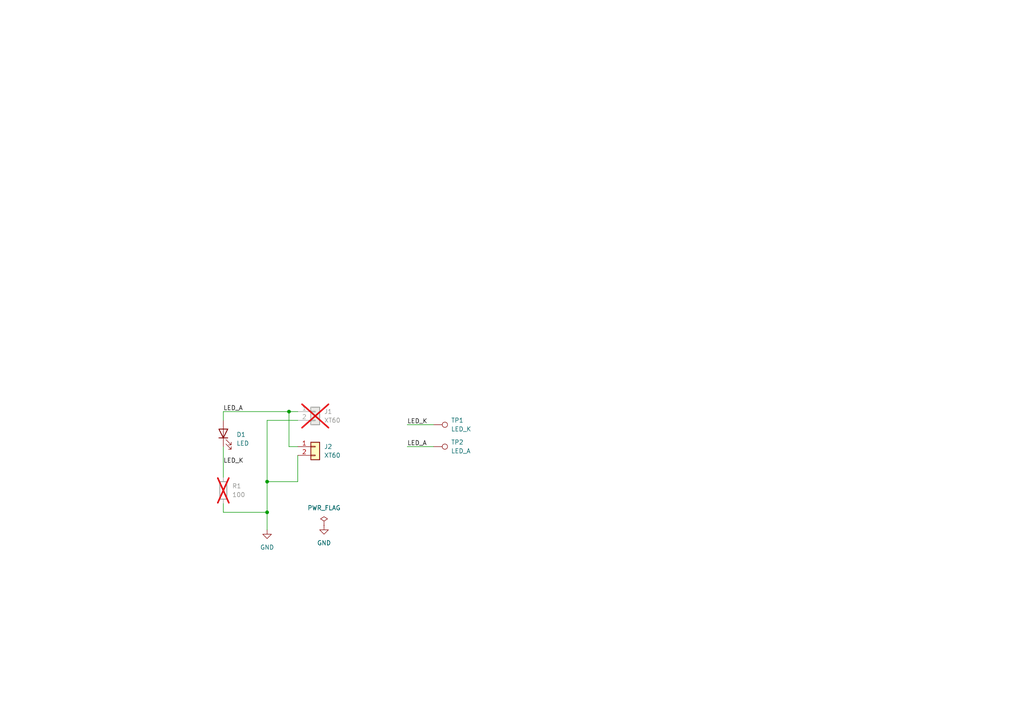
<source format=kicad_sch>
(kicad_sch (version 20231120) (generator "eeschema") (generator_version "8.0")
  (paper "A4")
  (lib_symbols
    (symbol "Connector:TestPoint" (pin_numbers hide) (pin_names (offset 0.762) hide)
      (property "Reference" "TP" (at 0 6.858 0))
      (property "Value" "TestPoint" (at 0 5.08 0))
      (symbol "TestPoint_0_1"
        (circle (center 0 3.302) (radius 0.762))
      )
      (symbol "TestPoint_1_1"
        (pin passive line (at 0 0 90) (length 2.54) (name "1") (number "1"))
      )
    )
    (symbol "Connector_Generic:Conn_01x02" (pin_names (offset 1.016) hide)
      (property "Reference" "J" (at 0 2.54 0))
      (property "Value" "Conn_01x02" (at 0 -5.08 0))
      (symbol "Conn_01x02_1_1"
        (rectangle (start -1.27 -2.413) (end 0 -2.667) (stroke (width 0.1524)))
        (rectangle (start -1.27 0.127) (end 0 -0.127) (stroke (width 0.1524)))
        (rectangle (start -1.27 1.27) (end 1.27 -3.81) (stroke (width 0.254)) (fill (type background)))
        (pin passive line (at -5.08 0 0) (length 3.81) (name "Pin_1") (number "1"))
        (pin passive line (at -5.08 -2.54 0) (length 3.81) (name "Pin_2") (number "2"))
      )
    )
    (symbol "Device:LED" (pin_numbers hide) (pin_names (offset 1.016) hide)
      (property "Reference" "D" (at 0 2.54 0))
      (property "Value" "LED" (at 0 -2.54 0))
      (symbol "LED_0_1"
        (polyline (pts (xy -1.27 -1.27) (xy -1.27 1.27)) (stroke (width 0.254)))
        (polyline (pts (xy -1.27 0) (xy 1.27 0)))
        (polyline (pts (xy 1.27 -1.27) (xy 1.27 1.27) (xy -1.27 0) (xy 1.27 -1.27)) (stroke (width 0.254)))
        (polyline (pts (xy -3.048 -0.762) (xy -4.572 -2.286) (xy -3.81 -2.286) (xy -4.572 -2.286) (xy -4.572 -1.524)))
        (polyline (pts (xy -1.778 -0.762) (xy -3.302 -2.286) (xy -2.54 -2.286) (xy -3.302 -2.286) (xy -3.302 -1.524)))
      )
      (symbol "LED_1_1"
        (pin passive line (at -3.81 0 0) (length 2.54) (name "K") (number "1"))
        (pin passive line (at 3.81 0 180) (length 2.54) (name "A") (number "2"))
      )
    )
    (symbol "Device:R" (pin_numbers hide) (pin_names (offset 0))
      (property "Reference" "R" (at 2.032 0 90))
      (property "Value" "R" (at 0 0 90))
      (symbol "R_0_1"
        (rectangle (start -1.016 -2.54) (end 1.016 2.54) (stroke (width 0.254)))
      )
      (symbol "R_1_1"
        (pin passive line (at 0 3.81 270) (length 1.27) (name "~") (number "1"))
        (pin passive line (at 0 -3.81 90) (length 1.27) (name "~") (number "2"))
      )
    )
    (symbol "power:GND" (power) (pin_names (offset 0))
      (property "Value" "GND" (at 0 -3.81 0))
      (symbol "GND_0_1"
        (polyline (pts (xy 0 0) (xy 0 -1.27) (xy 1.27 -1.27) (xy 0 -2.54) (xy -1.27 -1.27) (xy 0 -1.27)))
      )
      (symbol "GND_1_1"
        (pin power_in line (at 0 0 270) (length 0) hide (name "GND") (number "1"))
      )
    )
    (symbol "power:PWR_FLAG" (power) (pin_numbers hide) (pin_names (offset 0) hide)
      (property "Value" "PWR_FLAG" (at 0 3.81 0))
      (symbol "PWR_FLAG_0_0"
        (pin power_out line (at 0 0 90) (length 0) (name "pwr") (number "1"))
      )
      (symbol "PWR_FLAG_0_1"
        (polyline (pts (xy 0 0) (xy 0 1.27) (xy -1.016 1.905) (xy 0 2.54) (xy 1.016 1.905) (xy 0 1.27)))
      )
    )
  )
  (junction (at 77.47 148.59))
  (junction (at 83.82 119.38))
  (junction (at 77.47 139.7))
  (wire (pts (xy 118.11 123.19) (xy 125.73 123.19)))
  (wire (pts (xy 64.77 148.59) (xy 77.47 148.59)))
  (wire (pts (xy 83.82 119.38) (xy 86.36 119.38)))
  (wire (pts (xy 86.36 129.54) (xy 83.82 129.54)))
  (wire (pts (xy 77.47 139.7) (xy 86.36 139.7)))
  (wire (pts (xy 77.47 148.59) (xy 77.47 139.7)))
  (wire (pts (xy 64.77 146.05) (xy 64.77 148.59)))
  (wire (pts (xy 83.82 129.54) (xy 83.82 119.38)))
  (wire (pts (xy 77.47 121.92) (xy 77.47 139.7)))
  (wire (pts (xy 86.36 121.92) (xy 77.47 121.92)))
  (wire (pts (xy 86.36 139.7) (xy 86.36 132.08)))
  (wire (pts (xy 77.47 153.67) (xy 77.47 148.59)))
  (wire (pts (xy 64.77 129.54) (xy 64.77 138.43)))
  (wire (pts (xy 83.82 119.38) (xy 64.77 119.38)))
  (wire (pts (xy 64.77 119.38) (xy 64.77 121.92)))
  (wire (pts (xy 118.11 129.54) (xy 125.73 129.54)))
  (label "LED_A" (at 64.77 119.38 0))
  (label "LED_K" (at 64.77 134.62 0))
  (label "LED_A" (at 118.11 129.54 0))
  (label "LED_K" (at 118.11 123.19 0))
  (symbol (lib_id "Connector:TestPoint") (at 125.73 129.54 270) (unit 1)
    (property "Reference" "TP2" (at 130.81 128.2699 90) (effects (justify left)))
    (property "Value" "LED_A" (at 130.81 130.8099 90) (effects (justify left)))
    (property "Footprint" "0_testpoint:TestPoint_Pad_D0.5mm" (effects (hide yes)))
    (property "Description" "test point" (effects (hide yes)))
  )
  (symbol (lib_id "Device:LED") (at 64.77 125.73 90) (unit 1)
    (property "Reference" "D1" (at 68.58 126.0474 90) (effects (justify right)))
    (property "Value" "LED" (at 68.58 128.5874 90) (effects (justify right)))
    (property "Footprint" "LED_THT:LED_D1.8mm_W1.8mm_H2.4mm_Horizontal_O6.35mm_Z8.2mm" (effects (hide yes)))
    (property "Description" "Light emitting diode" (effects (hide yes)))
    (property "Config" "-NO_LED" (effects (hide yes)))
  )
  (symbol (lib_id "power:PWR_FLAG") (at 93.98 152.4 0) (unit 1)
    (property "Reference" "#FLG01" (effects (hide yes)))
    (property "Value" "PWR_FLAG" (at 93.98 147.32 0))
    (property "Description" "Special symbol for telling ERC where power comes from" (effects (hide yes)))
  )
  (symbol (lib_id "Connector_Generic:Conn_01x02") (at 91.44 129.54 0) (unit 1)
    (property "Reference" "J2" (at 93.98 129.5399 0) (effects (justify left)))
    (property "Value" "XT60" (at 93.98 132.0799 0) (effects (justify left)))
    (property "Footprint" "0_connector:AMASS_XT60PW-M_1x02_P7.20mm_Horizontal" (effects (hide yes)))
    (property "Description" "Generic connector, single row, 01x02, script generated (kicad-library-utils/schlib/autogen/connector/)" (effects (hide yes)))
  )
  (symbol (lib_id "power:GND") (at 93.98 152.4 0) (unit 1)
    (property "Reference" "#PWR02" (effects (hide yes)))
    (property "Value" "GND" (at 93.98 157.48 0))
    (property "Description" "Power symbol creates a global label with name \"GND\" , ground" (effects (hide yes)))
  )
  (symbol (lib_id "Device:R") (at 64.77 142.24 0) (unit 1) (in_bom no) (dnp yes)
    (property "Reference" "R1" (at 67.31 140.9699 0) (effects (justify left)))
    (property "Value" "100" (at 67.31 143.5099 0) (effects (justify left)))
    (property "Footprint" "Capacitor_SMD:C_0603_1608Metric" (effects (hide yes)))
    (property "Description" "Resistor" (effects (hide yes)))
  )
  (symbol (lib_id "power:GND") (at 77.47 153.67 0) (unit 1)
    (property "Reference" "#PWR01" (effects (hide yes)))
    (property "Value" "GND" (at 77.47 158.75 0))
    (property "Description" "Power symbol creates a global label with name \"GND\" , ground" (effects (hide yes)))
  )
  (symbol (lib_id "Connector:TestPoint") (at 125.73 123.19 270) (unit 1)
    (property "Reference" "TP1" (at 130.81 121.9199 90) (effects (justify left)))
    (property "Value" "LED_K" (at 130.81 124.4599 90) (effects (justify left)))
    (property "Footprint" "0_testpoint:TestPoint_Pad_D0.5mm" (effects (hide yes)))
    (property "Description" "test point" (effects (hide yes)))
  )
  (symbol (lib_id "Connector_Generic:Conn_01x02") (at 91.44 119.38 0) (unit 1) (dnp yes)
    (property "Reference" "J1" (at 93.98 119.3799 0) (effects (justify left)))
    (property "Value" "XT60" (at 93.98 121.9199 0) (effects (justify left)))
    (property "Footprint" "0_connector:AMASS_XT60PW-F_1x02_P7.20mm_Horizontal" (effects (hide yes)))
    (property "Description" "Generic connector, single row, 01x02, script generated (kicad-library-utils/schlib/autogen/connector/)" (effects (hide yes)))
  )
)
</source>
